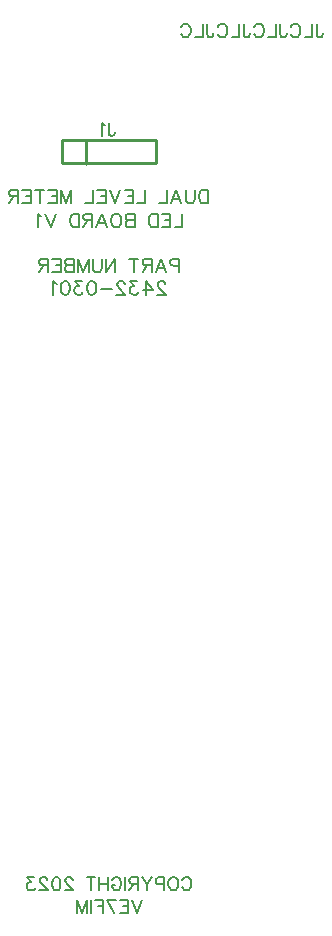
<source format=gbo>
G04 Layer: BottomSilkscreenLayer*
G04 EasyEDA v6.5.23, 2023-06-10 18:06:06*
G04 005a25b84e7a4af980d47e0bcec97dff,5a6b42c53f6a479593ecc07194224c93,10*
G04 Gerber Generator version 0.2*
G04 Scale: 100 percent, Rotated: No, Reflected: No *
G04 Dimensions in millimeters *
G04 leading zeros omitted , absolute positions ,4 integer and 5 decimal *
%FSLAX45Y45*%
%MOMM*%

%ADD10C,0.2032*%
%ADD11C,0.1524*%
%ADD12C,0.2540*%

%LPD*%
D10*
X2774876Y9159364D02*
G01*
X2774876Y9071988D01*
X2780464Y9055732D01*
X2785798Y9050144D01*
X2796720Y9044810D01*
X2807642Y9044810D01*
X2818564Y9050144D01*
X2824152Y9055732D01*
X2829486Y9071988D01*
X2829486Y9082910D01*
X2739062Y9159364D02*
G01*
X2739062Y9044810D01*
X2739062Y9044810D02*
G01*
X2673530Y9044810D01*
X2555674Y9131932D02*
G01*
X2561008Y9142854D01*
X2571930Y9153776D01*
X2582852Y9159364D01*
X2604696Y9159364D01*
X2615618Y9153776D01*
X2626540Y9142854D01*
X2632128Y9131932D01*
X2637462Y9115676D01*
X2637462Y9088498D01*
X2632128Y9071988D01*
X2626540Y9061066D01*
X2615618Y9050144D01*
X2604696Y9044810D01*
X2582852Y9044810D01*
X2571930Y9050144D01*
X2561008Y9061066D01*
X2555674Y9071988D01*
X2465250Y9159364D02*
G01*
X2465250Y9071988D01*
X2470584Y9055732D01*
X2475918Y9050144D01*
X2486840Y9044810D01*
X2497762Y9044810D01*
X2508684Y9050144D01*
X2514272Y9055732D01*
X2519606Y9071988D01*
X2519606Y9082910D01*
X2429182Y9159364D02*
G01*
X2429182Y9044810D01*
X2429182Y9044810D02*
G01*
X2363650Y9044810D01*
X2245794Y9131932D02*
G01*
X2251382Y9142854D01*
X2262304Y9153776D01*
X2273226Y9159364D01*
X2294816Y9159364D01*
X2305738Y9153776D01*
X2316660Y9142854D01*
X2322248Y9131932D01*
X2327582Y9115676D01*
X2327582Y9088498D01*
X2322248Y9071988D01*
X2316660Y9061066D01*
X2305738Y9050144D01*
X2294816Y9044810D01*
X2273226Y9044810D01*
X2262304Y9050144D01*
X2251382Y9061066D01*
X2245794Y9071988D01*
X2155370Y9159364D02*
G01*
X2155370Y9071988D01*
X2160704Y9055732D01*
X2166292Y9050144D01*
X2177214Y9044810D01*
X2188136Y9044810D01*
X2199058Y9050144D01*
X2204392Y9055732D01*
X2209726Y9071988D01*
X2209726Y9082910D01*
X2119302Y9159364D02*
G01*
X2119302Y9044810D01*
X2119302Y9044810D02*
G01*
X2053770Y9044810D01*
X1935914Y9131932D02*
G01*
X1941502Y9142854D01*
X1952424Y9153776D01*
X1963346Y9159364D01*
X1985190Y9159364D01*
X1996112Y9153776D01*
X2007034Y9142854D01*
X2012368Y9131932D01*
X2017956Y9115676D01*
X2017956Y9088498D01*
X2012368Y9071988D01*
X2007034Y9061066D01*
X1996112Y9050144D01*
X1985190Y9044810D01*
X1963346Y9044810D01*
X1952424Y9050144D01*
X1941502Y9061066D01*
X1935914Y9071988D01*
X1845490Y9159364D02*
G01*
X1845490Y9071988D01*
X1850824Y9055732D01*
X1856412Y9050144D01*
X1867334Y9044810D01*
X1878256Y9044810D01*
X1889178Y9050144D01*
X1894512Y9055732D01*
X1900100Y9071988D01*
X1900100Y9082910D01*
X1809422Y9159364D02*
G01*
X1809422Y9044810D01*
X1809422Y9044810D02*
G01*
X1744144Y9044810D01*
X1626288Y9131932D02*
G01*
X1631622Y9142854D01*
X1642544Y9153776D01*
X1653466Y9159364D01*
X1675310Y9159364D01*
X1686232Y9153776D01*
X1697154Y9142854D01*
X1702488Y9131932D01*
X1708076Y9115676D01*
X1708076Y9088498D01*
X1702488Y9071988D01*
X1697154Y9061066D01*
X1686232Y9050144D01*
X1675310Y9044810D01*
X1653466Y9044810D01*
X1642544Y9050144D01*
X1631622Y9061066D01*
X1626288Y9071988D01*
X1493146Y6951817D02*
G01*
X1493146Y6957273D01*
X1487690Y6968182D01*
X1482237Y6973636D01*
X1471328Y6979089D01*
X1449509Y6979089D01*
X1438600Y6973636D01*
X1433146Y6968182D01*
X1427690Y6957273D01*
X1427690Y6946364D01*
X1433146Y6935454D01*
X1444053Y6919089D01*
X1498600Y6864545D01*
X1422237Y6864545D01*
X1331691Y6979089D02*
G01*
X1386235Y6902726D01*
X1304419Y6902726D01*
X1331691Y6979089D02*
G01*
X1331691Y6864545D01*
X1257510Y6979089D02*
G01*
X1197510Y6979089D01*
X1230236Y6935454D01*
X1213873Y6935454D01*
X1202964Y6929998D01*
X1197510Y6924545D01*
X1192055Y6908182D01*
X1192055Y6897273D01*
X1197510Y6880908D01*
X1208417Y6869998D01*
X1224782Y6864545D01*
X1241145Y6864545D01*
X1257510Y6869998D01*
X1262964Y6875454D01*
X1268417Y6886364D01*
X1150599Y6951817D02*
G01*
X1150599Y6957273D01*
X1145146Y6968182D01*
X1139690Y6973636D01*
X1128783Y6979089D01*
X1106965Y6979089D01*
X1096055Y6973636D01*
X1090599Y6968182D01*
X1085146Y6957273D01*
X1085146Y6946364D01*
X1090599Y6935454D01*
X1101509Y6919089D01*
X1156055Y6864545D01*
X1079690Y6864545D01*
X1043691Y6913636D02*
G01*
X945509Y6913636D01*
X876782Y6979089D02*
G01*
X893147Y6973636D01*
X904054Y6957273D01*
X909510Y6929998D01*
X909510Y6913636D01*
X904054Y6886364D01*
X893147Y6869998D01*
X876782Y6864545D01*
X865873Y6864545D01*
X849510Y6869998D01*
X838601Y6886364D01*
X833147Y6913636D01*
X833147Y6929998D01*
X838601Y6957273D01*
X849510Y6973636D01*
X865873Y6979089D01*
X876782Y6979089D01*
X786236Y6979089D02*
G01*
X726236Y6979089D01*
X758964Y6935454D01*
X742602Y6935454D01*
X731692Y6929998D01*
X726236Y6924545D01*
X720783Y6908182D01*
X720783Y6897273D01*
X726236Y6880908D01*
X737146Y6869998D01*
X753511Y6864545D01*
X769874Y6864545D01*
X786236Y6869998D01*
X791692Y6875454D01*
X797145Y6886364D01*
X652056Y6979089D02*
G01*
X668418Y6973636D01*
X679328Y6957273D01*
X684784Y6929998D01*
X684784Y6913636D01*
X679328Y6886364D01*
X668418Y6869998D01*
X652056Y6864545D01*
X641146Y6864545D01*
X624784Y6869998D01*
X613874Y6886364D01*
X608418Y6913636D01*
X608418Y6929998D01*
X613874Y6957273D01*
X624784Y6973636D01*
X641146Y6979089D01*
X652056Y6979089D01*
X572419Y6957273D02*
G01*
X561510Y6962726D01*
X545147Y6979089D01*
X545147Y6864545D01*
X1638300Y7550589D02*
G01*
X1638300Y7436045D01*
X1638300Y7436045D02*
G01*
X1572846Y7436045D01*
X1536844Y7550589D02*
G01*
X1536844Y7436045D01*
X1536844Y7550589D02*
G01*
X1465935Y7550589D01*
X1536844Y7496045D02*
G01*
X1493210Y7496045D01*
X1536844Y7436045D02*
G01*
X1465935Y7436045D01*
X1429936Y7550589D02*
G01*
X1429936Y7436045D01*
X1429936Y7550589D02*
G01*
X1391754Y7550589D01*
X1375392Y7545136D01*
X1364482Y7534226D01*
X1359027Y7523317D01*
X1353573Y7506954D01*
X1353573Y7479682D01*
X1359027Y7463317D01*
X1364482Y7452408D01*
X1375392Y7441498D01*
X1391754Y7436045D01*
X1429936Y7436045D01*
X1233573Y7550589D02*
G01*
X1233573Y7436045D01*
X1233573Y7550589D02*
G01*
X1184483Y7550589D01*
X1168118Y7545136D01*
X1162664Y7539682D01*
X1157211Y7528773D01*
X1157211Y7517864D01*
X1162664Y7506954D01*
X1168118Y7501498D01*
X1184483Y7496045D01*
X1233573Y7496045D02*
G01*
X1184483Y7496045D01*
X1168118Y7490589D01*
X1162664Y7485136D01*
X1157211Y7474226D01*
X1157211Y7457864D01*
X1162664Y7446954D01*
X1168118Y7441498D01*
X1184483Y7436045D01*
X1233573Y7436045D01*
X1088483Y7550589D02*
G01*
X1099390Y7545136D01*
X1110300Y7534226D01*
X1115755Y7523317D01*
X1121209Y7506954D01*
X1121209Y7479682D01*
X1115755Y7463317D01*
X1110300Y7452408D01*
X1099390Y7441498D01*
X1088483Y7436045D01*
X1066665Y7436045D01*
X1055756Y7441498D01*
X1044846Y7452408D01*
X1039390Y7463317D01*
X1033937Y7479682D01*
X1033937Y7506954D01*
X1039390Y7523317D01*
X1044846Y7534226D01*
X1055756Y7545136D01*
X1066665Y7550589D01*
X1088483Y7550589D01*
X954300Y7550589D02*
G01*
X997938Y7436045D01*
X954300Y7550589D02*
G01*
X910666Y7436045D01*
X981572Y7474226D02*
G01*
X927028Y7474226D01*
X874664Y7550589D02*
G01*
X874664Y7436045D01*
X874664Y7550589D02*
G01*
X825573Y7550589D01*
X809210Y7545136D01*
X803755Y7539682D01*
X798301Y7528773D01*
X798301Y7517864D01*
X803755Y7506954D01*
X809210Y7501498D01*
X825573Y7496045D01*
X874664Y7496045D01*
X836482Y7496045D02*
G01*
X798301Y7436045D01*
X762302Y7550589D02*
G01*
X762302Y7436045D01*
X762302Y7550589D02*
G01*
X724120Y7550589D01*
X707755Y7545136D01*
X696846Y7534226D01*
X691393Y7523317D01*
X685937Y7506954D01*
X685937Y7479682D01*
X691393Y7463317D01*
X696846Y7452408D01*
X707755Y7441498D01*
X724120Y7436045D01*
X762302Y7436045D01*
X565937Y7550589D02*
G01*
X522302Y7436045D01*
X478665Y7550589D02*
G01*
X522302Y7436045D01*
X442666Y7528773D02*
G01*
X431756Y7534226D01*
X415394Y7550589D01*
X415394Y7436045D01*
X1854200Y7753789D02*
G01*
X1854200Y7639245D01*
X1854200Y7753789D02*
G01*
X1816018Y7753789D01*
X1799653Y7748336D01*
X1788746Y7737426D01*
X1783290Y7726517D01*
X1777837Y7710154D01*
X1777837Y7682882D01*
X1783290Y7666517D01*
X1788746Y7655608D01*
X1799653Y7644698D01*
X1816018Y7639245D01*
X1854200Y7639245D01*
X1741835Y7753789D02*
G01*
X1741835Y7671973D01*
X1736382Y7655608D01*
X1725472Y7644698D01*
X1709110Y7639245D01*
X1698200Y7639245D01*
X1681835Y7644698D01*
X1670928Y7655608D01*
X1665472Y7671973D01*
X1665472Y7753789D01*
X1585836Y7753789D02*
G01*
X1629473Y7639245D01*
X1585836Y7753789D02*
G01*
X1542201Y7639245D01*
X1613110Y7677426D02*
G01*
X1558564Y7677426D01*
X1506199Y7753789D02*
G01*
X1506199Y7639245D01*
X1506199Y7639245D02*
G01*
X1440746Y7639245D01*
X1320746Y7753789D02*
G01*
X1320746Y7639245D01*
X1320746Y7639245D02*
G01*
X1255290Y7639245D01*
X1219291Y7753789D02*
G01*
X1219291Y7639245D01*
X1219291Y7753789D02*
G01*
X1148382Y7753789D01*
X1219291Y7699245D02*
G01*
X1175656Y7699245D01*
X1219291Y7639245D02*
G01*
X1148382Y7639245D01*
X1112382Y7753789D02*
G01*
X1068748Y7639245D01*
X1025110Y7753789D02*
G01*
X1068748Y7639245D01*
X989111Y7753789D02*
G01*
X989111Y7639245D01*
X989111Y7753789D02*
G01*
X918202Y7753789D01*
X989111Y7699245D02*
G01*
X945474Y7699245D01*
X989111Y7639245D02*
G01*
X918202Y7639245D01*
X882202Y7753789D02*
G01*
X882202Y7639245D01*
X882202Y7639245D02*
G01*
X816747Y7639245D01*
X696747Y7753789D02*
G01*
X696747Y7639245D01*
X696747Y7753789D02*
G01*
X653112Y7639245D01*
X609475Y7753789D02*
G01*
X653112Y7639245D01*
X609475Y7753789D02*
G01*
X609475Y7639245D01*
X573476Y7753789D02*
G01*
X573476Y7639245D01*
X573476Y7753789D02*
G01*
X502566Y7753789D01*
X573476Y7699245D02*
G01*
X529838Y7699245D01*
X573476Y7639245D02*
G01*
X502566Y7639245D01*
X428383Y7753789D02*
G01*
X428383Y7639245D01*
X466567Y7753789D02*
G01*
X390202Y7753789D01*
X354203Y7753789D02*
G01*
X354203Y7639245D01*
X354203Y7753789D02*
G01*
X283293Y7753789D01*
X354203Y7699245D02*
G01*
X310565Y7699245D01*
X354203Y7639245D02*
G01*
X283293Y7639245D01*
X247294Y7753789D02*
G01*
X247294Y7639245D01*
X247294Y7753789D02*
G01*
X198203Y7753789D01*
X181838Y7748336D01*
X176385Y7742882D01*
X170931Y7731973D01*
X170931Y7721064D01*
X176385Y7710154D01*
X181838Y7704698D01*
X198203Y7699245D01*
X247294Y7699245D01*
X209113Y7699245D02*
G01*
X170931Y7639245D01*
X1612900Y7169589D02*
G01*
X1612900Y7055045D01*
X1612900Y7169589D02*
G01*
X1563809Y7169589D01*
X1547446Y7164136D01*
X1541990Y7158682D01*
X1536537Y7147773D01*
X1536537Y7131408D01*
X1541990Y7120498D01*
X1547446Y7115045D01*
X1563809Y7109589D01*
X1612900Y7109589D01*
X1456900Y7169589D02*
G01*
X1500535Y7055045D01*
X1456900Y7169589D02*
G01*
X1413263Y7055045D01*
X1484172Y7093226D02*
G01*
X1429628Y7093226D01*
X1377264Y7169589D02*
G01*
X1377264Y7055045D01*
X1377264Y7169589D02*
G01*
X1328173Y7169589D01*
X1311810Y7164136D01*
X1306355Y7158682D01*
X1300901Y7147773D01*
X1300901Y7136864D01*
X1306355Y7125954D01*
X1311810Y7120498D01*
X1328173Y7115045D01*
X1377264Y7115045D01*
X1339082Y7115045D02*
G01*
X1300901Y7055045D01*
X1226718Y7169589D02*
G01*
X1226718Y7055045D01*
X1264899Y7169589D02*
G01*
X1188537Y7169589D01*
X1068537Y7169589D02*
G01*
X1068537Y7055045D01*
X1068537Y7169589D02*
G01*
X992174Y7055045D01*
X992174Y7169589D02*
G01*
X992174Y7055045D01*
X956172Y7169589D02*
G01*
X956172Y7087773D01*
X950719Y7071408D01*
X939810Y7060498D01*
X923447Y7055045D01*
X912538Y7055045D01*
X896172Y7060498D01*
X885266Y7071408D01*
X879810Y7087773D01*
X879810Y7169589D01*
X843810Y7169589D02*
G01*
X843810Y7055045D01*
X843810Y7169589D02*
G01*
X800173Y7055045D01*
X756538Y7169589D02*
G01*
X800173Y7055045D01*
X756538Y7169589D02*
G01*
X756538Y7055045D01*
X720537Y7169589D02*
G01*
X720537Y7055045D01*
X720537Y7169589D02*
G01*
X671446Y7169589D01*
X655083Y7164136D01*
X649630Y7158682D01*
X644174Y7147773D01*
X644174Y7136864D01*
X649630Y7125954D01*
X655083Y7120498D01*
X671446Y7115045D01*
X720537Y7115045D02*
G01*
X671446Y7115045D01*
X655083Y7109589D01*
X649630Y7104136D01*
X644174Y7093226D01*
X644174Y7076864D01*
X649630Y7065954D01*
X655083Y7060498D01*
X671446Y7055045D01*
X720537Y7055045D01*
X608175Y7169589D02*
G01*
X608175Y7055045D01*
X608175Y7169589D02*
G01*
X537265Y7169589D01*
X608175Y7115045D02*
G01*
X564537Y7115045D01*
X608175Y7055045D02*
G01*
X537265Y7055045D01*
X501266Y7169589D02*
G01*
X501266Y7055045D01*
X501266Y7169589D02*
G01*
X452175Y7169589D01*
X435810Y7164136D01*
X430357Y7158682D01*
X424901Y7147773D01*
X424901Y7136864D01*
X430357Y7125954D01*
X435810Y7120498D01*
X452175Y7115045D01*
X501266Y7115045D01*
X463085Y7115045D02*
G01*
X424901Y7055045D01*
D11*
X1636567Y1905462D02*
G01*
X1641764Y1915853D01*
X1652155Y1926244D01*
X1662544Y1931438D01*
X1683326Y1931438D01*
X1693717Y1926244D01*
X1704108Y1915853D01*
X1709305Y1905462D01*
X1714500Y1889874D01*
X1714500Y1863897D01*
X1709305Y1848312D01*
X1704108Y1837921D01*
X1693717Y1827529D01*
X1683326Y1822335D01*
X1662544Y1822335D01*
X1652155Y1827529D01*
X1641764Y1837921D01*
X1636567Y1848312D01*
X1571104Y1931438D02*
G01*
X1581495Y1926244D01*
X1591886Y1915853D01*
X1597083Y1905462D01*
X1602277Y1889874D01*
X1602277Y1863897D01*
X1597083Y1848312D01*
X1591886Y1837921D01*
X1581495Y1827529D01*
X1571104Y1822335D01*
X1550324Y1822335D01*
X1539933Y1827529D01*
X1529542Y1837921D01*
X1524345Y1848312D01*
X1519151Y1863897D01*
X1519151Y1889874D01*
X1524345Y1905462D01*
X1529542Y1915853D01*
X1539933Y1926244D01*
X1550324Y1931438D01*
X1571104Y1931438D01*
X1484861Y1931438D02*
G01*
X1484861Y1822335D01*
X1484861Y1931438D02*
G01*
X1438102Y1931438D01*
X1422514Y1926244D01*
X1417320Y1921047D01*
X1412125Y1910656D01*
X1412125Y1895071D01*
X1417320Y1884679D01*
X1422514Y1879485D01*
X1438102Y1874288D01*
X1484861Y1874288D01*
X1377835Y1931438D02*
G01*
X1336271Y1879485D01*
X1336271Y1822335D01*
X1294706Y1931438D02*
G01*
X1336271Y1879485D01*
X1260416Y1931438D02*
G01*
X1260416Y1822335D01*
X1260416Y1931438D02*
G01*
X1213657Y1931438D01*
X1198072Y1926244D01*
X1192875Y1921047D01*
X1187681Y1910656D01*
X1187681Y1900265D01*
X1192875Y1889874D01*
X1198072Y1884679D01*
X1213657Y1879485D01*
X1260416Y1879485D01*
X1224048Y1879485D02*
G01*
X1187681Y1822335D01*
X1153391Y1931438D02*
G01*
X1153391Y1822335D01*
X1041168Y1905462D02*
G01*
X1046365Y1915853D01*
X1056754Y1926244D01*
X1067145Y1931438D01*
X1087927Y1931438D01*
X1098318Y1926244D01*
X1108709Y1915853D01*
X1113904Y1905462D01*
X1119101Y1889874D01*
X1119101Y1863897D01*
X1113904Y1848312D01*
X1108709Y1837921D01*
X1098318Y1827529D01*
X1087927Y1822335D01*
X1067145Y1822335D01*
X1056754Y1827529D01*
X1046365Y1837921D01*
X1041168Y1848312D01*
X1041168Y1863897D01*
X1067145Y1863897D02*
G01*
X1041168Y1863897D01*
X1006878Y1931438D02*
G01*
X1006878Y1822335D01*
X934143Y1931438D02*
G01*
X934143Y1822335D01*
X1006878Y1879485D02*
G01*
X934143Y1879485D01*
X863485Y1931438D02*
G01*
X863485Y1822335D01*
X899853Y1931438D02*
G01*
X827115Y1931438D01*
X707621Y1905462D02*
G01*
X707621Y1910656D01*
X702424Y1921047D01*
X697229Y1926244D01*
X686838Y1931438D01*
X666056Y1931438D01*
X655665Y1926244D01*
X650471Y1921047D01*
X645274Y1910656D01*
X645274Y1900265D01*
X650471Y1889874D01*
X660862Y1874288D01*
X712815Y1822335D01*
X640079Y1822335D01*
X574616Y1931438D02*
G01*
X590204Y1926244D01*
X600595Y1910656D01*
X605789Y1884679D01*
X605789Y1869094D01*
X600595Y1843115D01*
X590204Y1827529D01*
X574616Y1822335D01*
X564225Y1822335D01*
X548639Y1827529D01*
X538248Y1843115D01*
X533054Y1869094D01*
X533054Y1884679D01*
X538248Y1910656D01*
X548639Y1926244D01*
X564225Y1931438D01*
X574616Y1931438D01*
X493567Y1905462D02*
G01*
X493567Y1910656D01*
X488373Y1921047D01*
X483176Y1926244D01*
X472785Y1931438D01*
X452005Y1931438D01*
X441614Y1926244D01*
X436417Y1921047D01*
X431223Y1910656D01*
X431223Y1900265D01*
X436417Y1889874D01*
X446808Y1874288D01*
X498764Y1822335D01*
X426026Y1822335D01*
X381345Y1931438D02*
G01*
X324195Y1931438D01*
X355368Y1889874D01*
X339783Y1889874D01*
X329392Y1884679D01*
X324195Y1879485D01*
X319001Y1863897D01*
X319001Y1853506D01*
X324195Y1837921D01*
X334586Y1827529D01*
X350174Y1822335D01*
X365760Y1822335D01*
X381345Y1827529D01*
X386542Y1832724D01*
X391736Y1843115D01*
X1295400Y1740938D02*
G01*
X1253835Y1631835D01*
X1212273Y1740938D02*
G01*
X1253835Y1631835D01*
X1177983Y1740938D02*
G01*
X1177983Y1631835D01*
X1177983Y1740938D02*
G01*
X1110442Y1740938D01*
X1177983Y1688985D02*
G01*
X1136418Y1688985D01*
X1177983Y1631835D02*
G01*
X1110442Y1631835D01*
X1003414Y1740938D02*
G01*
X1055370Y1631835D01*
X1076152Y1740938D02*
G01*
X1003414Y1740938D01*
X969124Y1740938D02*
G01*
X969124Y1631835D01*
X969124Y1740938D02*
G01*
X901585Y1740938D01*
X969124Y1688985D02*
G01*
X927562Y1688985D01*
X867295Y1740938D02*
G01*
X867295Y1631835D01*
X833005Y1740938D02*
G01*
X833005Y1631835D01*
X833005Y1740938D02*
G01*
X791441Y1631835D01*
X749876Y1740938D02*
G01*
X791441Y1631835D01*
X749876Y1740938D02*
G01*
X749876Y1631835D01*
X1014859Y8319549D02*
G01*
X1014859Y8236422D01*
X1020056Y8220834D01*
X1025250Y8215640D01*
X1035641Y8210445D01*
X1046032Y8210445D01*
X1056424Y8215640D01*
X1061620Y8220834D01*
X1066815Y8236422D01*
X1066815Y8246813D01*
X980569Y8298766D02*
G01*
X970180Y8303963D01*
X954592Y8319549D01*
X954592Y8210445D01*
D12*
X819099Y7975600D02*
G01*
X819099Y8166100D01*
X616000Y7977200D02*
G01*
X1415999Y7977200D01*
X1415999Y8177199D01*
X616000Y8177199D01*
X616000Y7977200D01*
M02*

</source>
